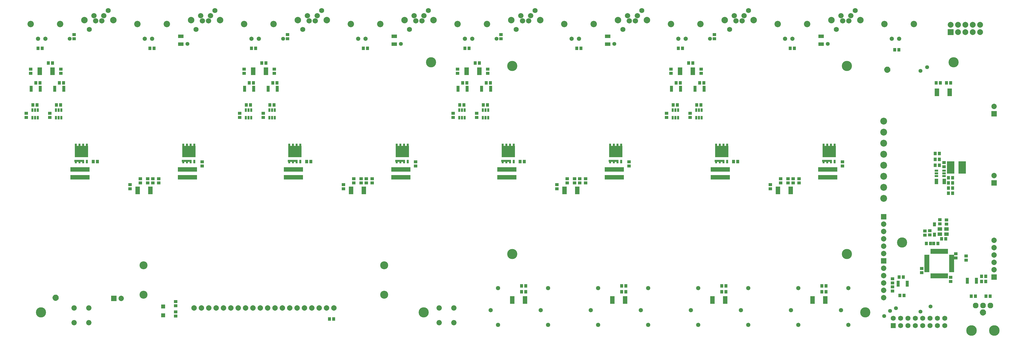
<source format=gbr>
G04 EAGLE Gerber RS-274X export*
G75*
%MOMM*%
%FSLAX34Y34*%
%LPD*%
%INSoldermask Top*%
%IPPOS*%
%AMOC8*
5,1,8,0,0,1.08239X$1,22.5*%
G01*
%ADD10R,1.244600X1.016000*%
%ADD11R,1.016000X1.244600*%
%ADD12R,1.983200X1.273200*%
%ADD13R,1.273200X1.983200*%
%ADD14R,1.003200X1.353200*%
%ADD15R,1.323200X1.443200*%
%ADD16C,1.868200*%
%ADD17C,2.743200*%
%ADD18R,1.253200X0.753200*%
%ADD19R,1.053200X0.503200*%
%ADD20R,1.603200X0.653200*%
%ADD21R,0.503200X1.678200*%
%ADD22R,1.678200X0.503200*%
%ADD23C,1.958200*%
%ADD24C,3.653200*%
%ADD25C,1.473200*%
%ADD26C,2.203200*%
%ADD27C,1.828800*%
%ADD28C,1.727200*%
%ADD29C,2.235200*%
%ADD30R,2.003200X2.003200*%
%ADD31C,2.003200*%
%ADD32R,1.854200X1.854200*%
%ADD33C,1.854200*%
%ADD34R,2.503200X4.203200*%
%ADD35C,2.362200*%
%ADD36C,3.505200*%
%ADD37R,0.753200X1.253200*%
%ADD38R,0.703200X0.703200*%
%ADD39R,0.703200X1.303200*%
%ADD40R,0.803200X1.003200*%
%ADD41R,4.613200X3.953200*%
%ADD42R,3.403200X0.803200*%
%ADD43C,1.472200*%
%ADD44R,6.703200X1.553200*%
%ADD45C,1.838200*%
%ADD46R,1.727200X1.727200*%
%ADD47R,1.503200X1.303200*%
%ADD48C,1.349603*%

G36*
X2998992Y903920D02*
X2998992Y903920D01*
X2999035Y903932D01*
X2999101Y903939D01*
X3000784Y904390D01*
X3000825Y904409D01*
X3000888Y904428D01*
X3002468Y905165D01*
X3002505Y905191D01*
X3002564Y905220D01*
X3003992Y906220D01*
X3004023Y906252D01*
X3004076Y906291D01*
X3005309Y907524D01*
X3005334Y907560D01*
X3005380Y907608D01*
X3006380Y909036D01*
X3006398Y909077D01*
X3006435Y909132D01*
X3007172Y910712D01*
X3007183Y910755D01*
X3007210Y910816D01*
X3007661Y912499D01*
X3007663Y912531D01*
X3007670Y912552D01*
X3007670Y912567D01*
X3007680Y912608D01*
X3007832Y914345D01*
X3007828Y914389D01*
X3007832Y914455D01*
X3007680Y916192D01*
X3007668Y916235D01*
X3007661Y916301D01*
X3007210Y917984D01*
X3007191Y918025D01*
X3007172Y918088D01*
X3006435Y919668D01*
X3006409Y919705D01*
X3006380Y919764D01*
X3005380Y921192D01*
X3005348Y921223D01*
X3005309Y921276D01*
X3004076Y922509D01*
X3004040Y922534D01*
X3003992Y922580D01*
X3002564Y923580D01*
X3002523Y923598D01*
X3002468Y923635D01*
X3000888Y924372D01*
X3000845Y924383D01*
X3000784Y924410D01*
X2999101Y924861D01*
X2999056Y924864D01*
X2998992Y924880D01*
X2997255Y925032D01*
X2997211Y925028D01*
X2997145Y925032D01*
X2995408Y924880D01*
X2995365Y924868D01*
X2995299Y924861D01*
X2993616Y924410D01*
X2993575Y924391D01*
X2993512Y924372D01*
X2991932Y923635D01*
X2991895Y923609D01*
X2991836Y923580D01*
X2990408Y922580D01*
X2990377Y922548D01*
X2990324Y922509D01*
X2989091Y921276D01*
X2989066Y921240D01*
X2989020Y921192D01*
X2988020Y919764D01*
X2988002Y919723D01*
X2987965Y919668D01*
X2987228Y918088D01*
X2987217Y918045D01*
X2987190Y917984D01*
X2986739Y916301D01*
X2986736Y916256D01*
X2986720Y916192D01*
X2986568Y914455D01*
X2986572Y914411D01*
X2986568Y914345D01*
X2986720Y912608D01*
X2986732Y912565D01*
X2986736Y912531D01*
X2986736Y912515D01*
X2986738Y912510D01*
X2986739Y912499D01*
X2987190Y910816D01*
X2987209Y910775D01*
X2987228Y910712D01*
X2987965Y909132D01*
X2987991Y909095D01*
X2988020Y909036D01*
X2989020Y907608D01*
X2989052Y907577D01*
X2989091Y907524D01*
X2990324Y906291D01*
X2990360Y906266D01*
X2990408Y906220D01*
X2991836Y905220D01*
X2991877Y905202D01*
X2991932Y905165D01*
X2993512Y904428D01*
X2993555Y904417D01*
X2993616Y904390D01*
X2995299Y903939D01*
X2995344Y903936D01*
X2995408Y903920D01*
X2997145Y903768D01*
X2997189Y903772D01*
X2997255Y903768D01*
X2998992Y903920D01*
G37*
G36*
X128792Y116520D02*
X128792Y116520D01*
X128835Y116532D01*
X128901Y116539D01*
X130584Y116990D01*
X130625Y117009D01*
X130688Y117028D01*
X132268Y117765D01*
X132305Y117791D01*
X132364Y117820D01*
X133792Y118820D01*
X133823Y118852D01*
X133876Y118891D01*
X135109Y120124D01*
X135134Y120160D01*
X135180Y120208D01*
X136180Y121636D01*
X136198Y121677D01*
X136235Y121732D01*
X136972Y123312D01*
X136983Y123355D01*
X137010Y123416D01*
X137461Y125099D01*
X137463Y125131D01*
X137470Y125152D01*
X137470Y125167D01*
X137480Y125208D01*
X137632Y126945D01*
X137628Y126989D01*
X137632Y127055D01*
X137480Y128792D01*
X137468Y128835D01*
X137461Y128901D01*
X137010Y130584D01*
X136991Y130625D01*
X136972Y130688D01*
X136235Y132268D01*
X136209Y132305D01*
X136180Y132364D01*
X135180Y133792D01*
X135148Y133823D01*
X135109Y133876D01*
X133876Y135109D01*
X133840Y135134D01*
X133792Y135180D01*
X132364Y136180D01*
X132323Y136198D01*
X132268Y136235D01*
X130688Y136972D01*
X130645Y136983D01*
X130584Y137010D01*
X128901Y137461D01*
X128856Y137464D01*
X128792Y137480D01*
X127055Y137632D01*
X127011Y137628D01*
X126945Y137632D01*
X125208Y137480D01*
X125165Y137468D01*
X125099Y137461D01*
X123416Y137010D01*
X123375Y136991D01*
X123312Y136972D01*
X121732Y136235D01*
X121695Y136209D01*
X121636Y136180D01*
X120208Y135180D01*
X120177Y135148D01*
X120124Y135109D01*
X118891Y133876D01*
X118866Y133840D01*
X118820Y133792D01*
X117820Y132364D01*
X117802Y132323D01*
X117765Y132268D01*
X117028Y130688D01*
X117017Y130645D01*
X116990Y130584D01*
X116539Y128901D01*
X116536Y128856D01*
X116520Y128792D01*
X116368Y127055D01*
X116372Y127011D01*
X116368Y126945D01*
X116520Y125208D01*
X116532Y125165D01*
X116536Y125131D01*
X116536Y125115D01*
X116538Y125110D01*
X116539Y125099D01*
X116990Y123416D01*
X117009Y123375D01*
X117028Y123312D01*
X117765Y121732D01*
X117791Y121695D01*
X117820Y121636D01*
X118820Y120208D01*
X118852Y120177D01*
X118891Y120124D01*
X120124Y118891D01*
X120160Y118866D01*
X120208Y118820D01*
X121636Y117820D01*
X121677Y117802D01*
X121732Y117765D01*
X123312Y117028D01*
X123355Y117017D01*
X123416Y116990D01*
X125099Y116539D01*
X125144Y116536D01*
X125208Y116520D01*
X126945Y116368D01*
X126989Y116372D01*
X127055Y116368D01*
X128792Y116520D01*
G37*
G36*
X3329192Y65720D02*
X3329192Y65720D01*
X3329235Y65732D01*
X3329301Y65739D01*
X3330984Y66190D01*
X3331025Y66209D01*
X3331088Y66228D01*
X3332668Y66965D01*
X3332705Y66991D01*
X3332764Y67020D01*
X3334192Y68020D01*
X3334223Y68052D01*
X3334276Y68091D01*
X3335509Y69324D01*
X3335534Y69360D01*
X3335580Y69408D01*
X3336580Y70836D01*
X3336598Y70877D01*
X3336635Y70932D01*
X3337372Y72512D01*
X3337383Y72555D01*
X3337410Y72616D01*
X3337861Y74299D01*
X3337863Y74331D01*
X3337870Y74352D01*
X3337870Y74367D01*
X3337880Y74408D01*
X3338032Y76145D01*
X3338028Y76189D01*
X3338032Y76255D01*
X3337880Y77992D01*
X3337868Y78035D01*
X3337861Y78101D01*
X3337410Y79784D01*
X3337391Y79825D01*
X3337372Y79888D01*
X3336635Y81468D01*
X3336609Y81505D01*
X3336580Y81564D01*
X3335580Y82992D01*
X3335548Y83023D01*
X3335509Y83076D01*
X3334276Y84309D01*
X3334240Y84334D01*
X3334192Y84380D01*
X3332764Y85380D01*
X3332723Y85398D01*
X3332668Y85435D01*
X3331088Y86172D01*
X3331045Y86183D01*
X3330984Y86210D01*
X3329301Y86661D01*
X3329256Y86664D01*
X3329192Y86680D01*
X3327455Y86832D01*
X3327411Y86828D01*
X3327345Y86832D01*
X3325608Y86680D01*
X3325565Y86668D01*
X3325499Y86661D01*
X3323816Y86210D01*
X3323775Y86191D01*
X3323712Y86172D01*
X3322132Y85435D01*
X3322095Y85409D01*
X3322036Y85380D01*
X3320608Y84380D01*
X3320577Y84348D01*
X3320524Y84309D01*
X3319291Y83076D01*
X3319266Y83040D01*
X3319220Y82992D01*
X3318220Y81564D01*
X3318202Y81523D01*
X3318165Y81468D01*
X3317428Y79888D01*
X3317417Y79845D01*
X3317390Y79784D01*
X3316939Y78101D01*
X3316936Y78056D01*
X3316920Y77992D01*
X3316768Y76255D01*
X3316772Y76211D01*
X3316768Y76145D01*
X3316920Y74408D01*
X3316932Y74365D01*
X3316936Y74331D01*
X3316936Y74315D01*
X3316938Y74310D01*
X3316939Y74299D01*
X3317390Y72616D01*
X3317409Y72575D01*
X3317428Y72512D01*
X3318165Y70932D01*
X3318191Y70895D01*
X3318220Y70836D01*
X3319220Y69408D01*
X3319252Y69377D01*
X3319291Y69324D01*
X3320524Y68091D01*
X3320560Y68066D01*
X3320608Y68020D01*
X3322036Y67020D01*
X3322077Y67002D01*
X3322132Y66965D01*
X3323712Y66228D01*
X3323755Y66217D01*
X3323816Y66190D01*
X3325499Y65739D01*
X3325544Y65736D01*
X3325608Y65720D01*
X3327345Y65568D01*
X3327389Y65572D01*
X3327455Y65568D01*
X3329192Y65720D01*
G37*
D10*
X3014980Y192621D03*
X3014980Y178219D03*
D11*
X3208439Y487680D03*
X3222841Y487680D03*
X102019Y937260D03*
X116421Y937260D03*
X1735239Y147320D03*
X1749641Y147320D03*
D10*
X190500Y1021499D03*
X190500Y1035901D03*
D12*
X558800Y1029600D03*
X558800Y1002400D03*
D11*
X1735239Y167640D03*
X1749641Y167640D03*
X58839Y868680D03*
X73241Y868680D03*
D10*
X444500Y523659D03*
X444500Y538061D03*
D11*
X140119Y868680D03*
X154521Y868680D03*
X3208439Y505460D03*
X3222841Y505460D03*
D10*
X3215640Y183299D03*
X3215640Y197701D03*
X3233420Y264579D03*
X3233420Y278981D03*
X3126740Y357721D03*
X3126740Y343319D03*
X3201416Y395821D03*
X3201416Y381419D03*
X3178810Y396075D03*
X3178810Y381673D03*
D11*
X3038259Y198120D03*
X3052661Y198120D03*
X3172041Y313944D03*
X3157639Y313944D03*
D10*
X3115564Y213271D03*
X3115564Y227673D03*
D11*
X3337141Y200660D03*
X3322739Y200660D03*
X1072299Y53340D03*
X1086701Y53340D03*
D10*
X3192780Y579539D03*
X3192780Y593941D03*
D13*
X3166480Y528320D03*
X3193680Y528320D03*
D11*
X3215729Y868934D03*
X3201327Y868934D03*
X3165767Y868934D03*
X3180169Y868934D03*
X3162719Y604520D03*
X3177121Y604520D03*
X3208439Y541020D03*
X3222841Y541020D03*
X3208439Y523240D03*
X3222841Y523240D03*
D14*
X3159760Y379958D03*
X3159760Y344958D03*
D15*
X497840Y66280D03*
X497840Y96280D03*
D16*
X1087120Y91440D03*
X1061720Y91440D03*
X1036320Y91440D03*
X1010920Y91440D03*
X985520Y91440D03*
X960120Y91440D03*
X934720Y91440D03*
X909320Y91440D03*
X883920Y91440D03*
X858520Y91440D03*
X833120Y91440D03*
X807720Y91440D03*
X782320Y91440D03*
X756920Y91440D03*
X731520Y91440D03*
X706120Y91440D03*
X680720Y91440D03*
X655320Y91440D03*
X629920Y91440D03*
X604520Y91440D03*
D17*
X1261110Y238760D03*
X1261110Y137160D03*
X430530Y238760D03*
X430530Y137160D03*
D18*
X3167080Y565760D03*
X3167080Y556260D03*
X3167080Y546760D03*
X3193080Y546760D03*
X3193080Y556260D03*
X3193080Y565760D03*
D19*
X42670Y855860D03*
X42670Y850860D03*
X42670Y845860D03*
X42670Y840860D03*
X74170Y840860D03*
X74170Y845860D03*
X74170Y850860D03*
X74170Y855860D03*
D20*
X1702660Y129130D03*
X1702660Y122630D03*
X1702660Y116130D03*
X1702660Y109630D03*
X1746660Y109630D03*
X1746660Y116130D03*
X1746660Y122630D03*
X1746660Y129130D03*
X71980Y919070D03*
X71980Y912570D03*
X71980Y906070D03*
X71980Y899570D03*
X115980Y899570D03*
X115980Y906070D03*
X115980Y912570D03*
X115980Y919070D03*
X409800Y507590D03*
X409800Y501090D03*
X409800Y494590D03*
X409800Y488090D03*
X453800Y488090D03*
X453800Y494590D03*
X453800Y501090D03*
X453800Y507590D03*
D19*
X123950Y855860D03*
X123950Y850860D03*
X123950Y845860D03*
X123950Y840860D03*
X155450Y840860D03*
X155450Y845860D03*
X155450Y850860D03*
X155450Y855860D03*
D20*
X3168748Y845664D03*
X3168748Y839164D03*
X3168748Y832664D03*
X3168748Y826164D03*
X3212748Y826164D03*
X3212748Y832664D03*
X3212748Y839164D03*
X3212748Y845664D03*
D19*
X3066290Y167760D03*
X3066290Y172760D03*
X3066290Y177760D03*
X3066290Y182760D03*
X3034790Y182760D03*
X3034790Y177760D03*
X3034790Y172760D03*
X3034790Y167760D03*
D21*
X3203988Y287272D03*
X3198988Y287272D03*
X3193988Y287272D03*
X3188988Y287272D03*
X3183988Y287272D03*
X3178988Y287272D03*
X3173988Y287272D03*
X3168988Y287272D03*
X3163988Y287272D03*
X3158988Y287272D03*
X3153988Y287272D03*
X3148988Y287272D03*
D22*
X3134108Y272392D03*
X3134108Y267392D03*
X3134108Y262392D03*
X3134108Y257392D03*
X3134108Y252392D03*
X3134108Y247392D03*
X3134108Y242392D03*
X3134108Y237392D03*
X3134108Y232392D03*
X3134108Y227392D03*
X3134108Y222392D03*
X3134108Y217392D03*
D21*
X3148988Y202512D03*
X3153988Y202512D03*
X3158988Y202512D03*
X3163988Y202512D03*
X3168988Y202512D03*
X3173988Y202512D03*
X3178988Y202512D03*
X3183988Y202512D03*
X3188988Y202512D03*
X3193988Y202512D03*
X3198988Y202512D03*
X3203988Y202512D03*
D22*
X3218868Y217392D03*
X3218868Y222392D03*
X3218868Y227392D03*
X3218868Y232392D03*
X3218868Y237392D03*
X3218868Y242392D03*
X3218868Y247392D03*
X3218868Y252392D03*
X3218868Y257392D03*
X3218868Y262392D03*
X3218868Y267392D03*
X3218868Y272392D03*
D19*
X3273550Y192920D03*
X3273550Y187920D03*
X3273550Y182920D03*
X3273550Y177920D03*
X3305050Y177920D03*
X3305050Y182920D03*
X3305050Y187920D03*
X3305050Y192920D03*
D23*
X3352800Y100076D03*
X3327400Y100076D03*
X3302000Y100076D03*
D24*
X3288000Y13676D03*
X3366800Y13676D03*
D25*
X91948Y1021080D03*
X66548Y1021080D03*
D26*
X41148Y1071880D03*
X142748Y1071880D03*
D27*
X259080Y1100836D03*
X265430Y1083310D03*
X286766Y1083310D03*
X293116Y1100836D03*
D28*
X308610Y1118362D03*
D29*
X226060Y1085850D03*
X326136Y1085850D03*
D28*
X243586Y1053338D03*
D25*
X460248Y1021080D03*
X434848Y1021080D03*
D26*
X409448Y1071880D03*
X511048Y1071880D03*
D27*
X627380Y1100836D03*
X633730Y1083310D03*
X655066Y1083310D03*
X661416Y1100836D03*
D28*
X676910Y1118362D03*
D29*
X594360Y1085850D03*
X694436Y1085850D03*
D28*
X611886Y1053338D03*
D30*
X3215640Y1043940D03*
D31*
X3215640Y1069340D03*
X3241040Y1043940D03*
X3241040Y1069340D03*
X3266440Y1043940D03*
X3266440Y1069340D03*
X3291840Y1043940D03*
X3291840Y1069340D03*
X3317240Y1043940D03*
X3317240Y1069340D03*
D25*
X3038348Y1021080D03*
X3012948Y1021080D03*
D26*
X2987548Y1071880D03*
X3089148Y1071880D03*
D32*
X3365500Y523240D03*
D33*
X3365500Y548640D03*
D32*
X327660Y124460D03*
D33*
X353060Y124460D03*
D32*
X3365500Y198120D03*
D33*
X3365500Y223520D03*
X3365500Y248920D03*
X3365500Y274320D03*
X3365500Y299720D03*
X3365500Y325120D03*
D34*
X3215960Y576580D03*
X3255960Y576580D03*
D35*
X2984500Y736600D03*
X2984500Y698500D03*
X2984500Y660400D03*
X2984500Y622300D03*
X2984500Y584200D03*
X2984500Y546100D03*
X2984500Y508000D03*
X2984500Y469900D03*
D36*
X2857500Y927100D03*
X1702816Y927100D03*
X1702816Y278130D03*
X2857500Y278130D03*
D37*
X46380Y749000D03*
X55880Y749000D03*
X65380Y749000D03*
X65380Y775000D03*
X55880Y775000D03*
X46380Y775000D03*
D38*
X196850Y594090D03*
X209550Y594090D03*
X222250Y594090D03*
D39*
X234950Y597090D03*
D40*
X234950Y654090D03*
X222250Y654090D03*
X209550Y654090D03*
X196850Y654090D03*
D41*
X215900Y631340D03*
D42*
X208750Y599590D03*
D37*
X127660Y749000D03*
X137160Y749000D03*
X146660Y749000D03*
X146660Y775000D03*
X137160Y775000D03*
X127660Y775000D03*
D38*
X567690Y594090D03*
X580390Y594090D03*
X593090Y594090D03*
D39*
X605790Y597090D03*
D40*
X605790Y654090D03*
X593090Y654090D03*
X580390Y654090D03*
X567690Y654090D03*
D41*
X586740Y631340D03*
D42*
X579590Y599590D03*
D11*
X3162719Y624840D03*
X3177121Y624840D03*
D10*
X3268980Y271361D03*
X3268980Y256959D03*
X383540Y503339D03*
X383540Y517741D03*
X40640Y902119D03*
X40640Y916521D03*
D11*
X63081Y792480D03*
X48679Y792480D03*
X66459Y988060D03*
X80861Y988060D03*
D10*
X25400Y764121D03*
X25400Y749719D03*
D43*
X1653540Y160020D03*
X1628140Y83820D03*
X1653540Y33020D03*
D11*
X271361Y596900D03*
X256959Y596900D03*
D44*
X210820Y542760D03*
X210820Y569760D03*
D10*
X419100Y523659D03*
X419100Y538061D03*
D11*
X3023019Y982980D03*
X3037421Y982980D03*
D10*
X144780Y902119D03*
X144780Y916521D03*
D11*
X144361Y792480D03*
X129959Y792480D03*
X452539Y988060D03*
X466941Y988060D03*
D10*
X106680Y764121D03*
X106680Y749719D03*
D43*
X1826260Y160020D03*
X1800860Y83820D03*
X1826260Y33020D03*
D10*
X632460Y582079D03*
X632460Y596481D03*
D44*
X581660Y542760D03*
X581660Y569760D03*
D11*
X3322739Y182880D03*
X3337141Y182880D03*
D10*
X541020Y78321D03*
X541020Y63919D03*
X541020Y113881D03*
X541020Y99479D03*
D11*
X3162719Y584200D03*
X3177121Y584200D03*
X3337979Y132080D03*
X3352381Y132080D03*
D10*
X3143504Y357975D03*
X3143504Y343573D03*
D11*
X3287179Y132080D03*
X3301581Y132080D03*
D10*
X3014980Y150279D03*
X3014980Y164681D03*
D11*
X3040799Y134620D03*
X3055201Y134620D03*
X3184817Y330454D03*
X3199219Y330454D03*
X3146133Y314452D03*
X3131731Y314452D03*
D45*
X241300Y91440D03*
X190500Y91440D03*
X241300Y40640D03*
X190500Y40640D03*
X1501140Y91440D03*
X1450340Y91440D03*
X1501140Y40640D03*
X1450340Y40640D03*
D46*
X3017520Y30480D03*
D28*
X3017520Y55880D03*
X3042920Y30480D03*
X3042920Y55880D03*
X3068320Y30480D03*
X3068320Y55880D03*
X3093720Y30480D03*
X3093720Y55880D03*
X3119120Y30480D03*
X3119120Y55880D03*
X3144520Y30480D03*
X3144520Y55880D03*
X3169920Y30480D03*
X3169920Y55880D03*
X3195320Y30480D03*
X3195320Y55880D03*
D47*
X3178740Y346600D03*
X3201740Y346600D03*
X3201740Y364600D03*
X3178740Y364600D03*
D10*
X462280Y523659D03*
X462280Y538061D03*
X482600Y523659D03*
X482600Y538061D03*
D32*
X2984500Y254000D03*
D33*
X2984500Y228600D03*
X2984500Y203200D03*
X2984500Y177800D03*
X2984500Y152400D03*
X2984500Y127000D03*
D32*
X2984500Y406400D03*
D33*
X2984500Y381000D03*
X2984500Y355600D03*
X2984500Y330200D03*
X2984500Y304800D03*
X2984500Y279400D03*
D11*
X838619Y937260D03*
X853021Y937260D03*
X2080679Y147320D03*
X2095081Y147320D03*
D10*
X927100Y1021499D03*
X927100Y1035901D03*
D12*
X1295400Y1029600D03*
X1295400Y1002400D03*
D11*
X2080679Y167640D03*
X2095081Y167640D03*
X795439Y868680D03*
X809841Y868680D03*
D10*
X1181100Y523659D03*
X1181100Y538061D03*
D11*
X876719Y868680D03*
X891121Y868680D03*
D19*
X779270Y855860D03*
X779270Y850860D03*
X779270Y845860D03*
X779270Y840860D03*
X810770Y840860D03*
X810770Y845860D03*
X810770Y850860D03*
X810770Y855860D03*
D20*
X2048100Y129130D03*
X2048100Y122630D03*
X2048100Y116130D03*
X2048100Y109630D03*
X2092100Y109630D03*
X2092100Y116130D03*
X2092100Y122630D03*
X2092100Y129130D03*
X808580Y919070D03*
X808580Y912570D03*
X808580Y906070D03*
X808580Y899570D03*
X852580Y899570D03*
X852580Y906070D03*
X852580Y912570D03*
X852580Y919070D03*
X1146400Y507590D03*
X1146400Y501090D03*
X1146400Y494590D03*
X1146400Y488090D03*
X1190400Y488090D03*
X1190400Y494590D03*
X1190400Y501090D03*
X1190400Y507590D03*
D19*
X860550Y855860D03*
X860550Y850860D03*
X860550Y845860D03*
X860550Y840860D03*
X892050Y840860D03*
X892050Y845860D03*
X892050Y850860D03*
X892050Y855860D03*
D25*
X828548Y1021080D03*
X803148Y1021080D03*
D26*
X777748Y1071880D03*
X879348Y1071880D03*
D27*
X995680Y1100836D03*
X1002030Y1083310D03*
X1023366Y1083310D03*
X1029716Y1100836D03*
D28*
X1045210Y1118362D03*
D29*
X962660Y1085850D03*
X1062736Y1085850D03*
D28*
X980186Y1053338D03*
D25*
X1196848Y1021080D03*
X1171448Y1021080D03*
D26*
X1146048Y1071880D03*
X1247648Y1071880D03*
D27*
X1363980Y1100836D03*
X1370330Y1083310D03*
X1391666Y1083310D03*
X1398016Y1100836D03*
D28*
X1413510Y1118362D03*
D29*
X1330960Y1085850D03*
X1431036Y1085850D03*
D28*
X1348486Y1053338D03*
D37*
X782980Y749000D03*
X792480Y749000D03*
X801980Y749000D03*
X801980Y775000D03*
X792480Y775000D03*
X782980Y775000D03*
D38*
X933450Y594090D03*
X946150Y594090D03*
X958850Y594090D03*
D39*
X971550Y597090D03*
D40*
X971550Y654090D03*
X958850Y654090D03*
X946150Y654090D03*
X933450Y654090D03*
D41*
X952500Y631340D03*
D42*
X945350Y599590D03*
D37*
X864260Y749000D03*
X873760Y749000D03*
X883260Y749000D03*
X883260Y775000D03*
X873760Y775000D03*
X864260Y775000D03*
D38*
X1304290Y594090D03*
X1316990Y594090D03*
X1329690Y594090D03*
D39*
X1342390Y597090D03*
D40*
X1342390Y654090D03*
X1329690Y654090D03*
X1316990Y654090D03*
X1304290Y654090D03*
D41*
X1323340Y631340D03*
D42*
X1316190Y599590D03*
D10*
X1120140Y503339D03*
X1120140Y517741D03*
X777240Y902119D03*
X777240Y916521D03*
D11*
X799681Y792480D03*
X785279Y792480D03*
X803059Y988060D03*
X817461Y988060D03*
D10*
X762000Y764121D03*
X762000Y749719D03*
D43*
X1998980Y160020D03*
X1973580Y83820D03*
X1998980Y33020D03*
D11*
X1007961Y596900D03*
X993559Y596900D03*
D44*
X947420Y542760D03*
X947420Y569760D03*
D10*
X1155700Y523659D03*
X1155700Y538061D03*
X881380Y902119D03*
X881380Y916521D03*
D11*
X880961Y792480D03*
X866559Y792480D03*
X1189139Y988060D03*
X1203541Y988060D03*
D10*
X843280Y764121D03*
X843280Y749719D03*
D43*
X2171700Y160020D03*
X2146300Y83820D03*
X2171700Y33020D03*
D10*
X1369060Y582079D03*
X1369060Y596481D03*
D44*
X1318260Y542760D03*
X1318260Y569760D03*
D10*
X1198880Y523659D03*
X1198880Y538061D03*
X1219200Y523659D03*
X1219200Y538061D03*
D11*
X1575219Y937260D03*
X1589621Y937260D03*
X2426119Y147320D03*
X2440521Y147320D03*
D10*
X1663700Y1021499D03*
X1663700Y1035901D03*
D12*
X2032000Y1029600D03*
X2032000Y1002400D03*
D11*
X2426119Y167640D03*
X2440521Y167640D03*
X1532039Y868680D03*
X1546441Y868680D03*
D10*
X1917700Y523659D03*
X1917700Y538061D03*
D11*
X1613319Y868680D03*
X1627721Y868680D03*
D19*
X1515870Y855860D03*
X1515870Y850860D03*
X1515870Y845860D03*
X1515870Y840860D03*
X1547370Y840860D03*
X1547370Y845860D03*
X1547370Y850860D03*
X1547370Y855860D03*
D20*
X2393540Y129130D03*
X2393540Y122630D03*
X2393540Y116130D03*
X2393540Y109630D03*
X2437540Y109630D03*
X2437540Y116130D03*
X2437540Y122630D03*
X2437540Y129130D03*
X1545180Y919070D03*
X1545180Y912570D03*
X1545180Y906070D03*
X1545180Y899570D03*
X1589180Y899570D03*
X1589180Y906070D03*
X1589180Y912570D03*
X1589180Y919070D03*
X1883000Y507590D03*
X1883000Y501090D03*
X1883000Y494590D03*
X1883000Y488090D03*
X1927000Y488090D03*
X1927000Y494590D03*
X1927000Y501090D03*
X1927000Y507590D03*
D19*
X1597150Y855860D03*
X1597150Y850860D03*
X1597150Y845860D03*
X1597150Y840860D03*
X1628650Y840860D03*
X1628650Y845860D03*
X1628650Y850860D03*
X1628650Y855860D03*
D25*
X1565148Y1021080D03*
X1539748Y1021080D03*
D26*
X1514348Y1071880D03*
X1615948Y1071880D03*
D27*
X1732280Y1100836D03*
X1738630Y1083310D03*
X1759966Y1083310D03*
X1766316Y1100836D03*
D28*
X1781810Y1118362D03*
D29*
X1699260Y1085850D03*
X1799336Y1085850D03*
D28*
X1716786Y1053338D03*
D25*
X1933448Y1021080D03*
X1908048Y1021080D03*
D26*
X1882648Y1071880D03*
X1984248Y1071880D03*
D27*
X2100580Y1100836D03*
X2106930Y1083310D03*
X2128266Y1083310D03*
X2134616Y1100836D03*
D28*
X2150110Y1118362D03*
D29*
X2067560Y1085850D03*
X2167636Y1085850D03*
D28*
X2085086Y1053338D03*
D37*
X1519580Y749000D03*
X1529080Y749000D03*
X1538580Y749000D03*
X1538580Y775000D03*
X1529080Y775000D03*
X1519580Y775000D03*
D38*
X1670050Y594090D03*
X1682750Y594090D03*
X1695450Y594090D03*
D39*
X1708150Y597090D03*
D40*
X1708150Y654090D03*
X1695450Y654090D03*
X1682750Y654090D03*
X1670050Y654090D03*
D41*
X1689100Y631340D03*
D42*
X1681950Y599590D03*
D37*
X1600860Y749000D03*
X1610360Y749000D03*
X1619860Y749000D03*
X1619860Y775000D03*
X1610360Y775000D03*
X1600860Y775000D03*
D38*
X2040890Y594090D03*
X2053590Y594090D03*
X2066290Y594090D03*
D39*
X2078990Y597090D03*
D40*
X2078990Y654090D03*
X2066290Y654090D03*
X2053590Y654090D03*
X2040890Y654090D03*
D41*
X2059940Y631340D03*
D42*
X2052790Y599590D03*
D10*
X1856740Y503339D03*
X1856740Y517741D03*
X1513840Y902119D03*
X1513840Y916521D03*
D11*
X1536281Y792480D03*
X1521879Y792480D03*
X1539659Y988060D03*
X1554061Y988060D03*
D10*
X1498600Y764121D03*
X1498600Y749719D03*
D43*
X2344420Y160020D03*
X2319020Y83820D03*
X2344420Y33020D03*
D11*
X1744561Y596900D03*
X1730159Y596900D03*
D44*
X1684020Y542760D03*
X1684020Y569760D03*
D10*
X1892300Y523659D03*
X1892300Y538061D03*
X1617980Y902119D03*
X1617980Y916521D03*
D11*
X1617561Y792480D03*
X1603159Y792480D03*
X1925739Y988060D03*
X1940141Y988060D03*
D10*
X1579880Y764121D03*
X1579880Y749719D03*
D43*
X2517140Y160020D03*
X2491740Y83820D03*
X2517140Y33020D03*
D10*
X2105660Y582079D03*
X2105660Y596481D03*
D44*
X2054860Y542760D03*
X2054860Y569760D03*
D10*
X1935480Y523659D03*
X1935480Y538061D03*
X1955800Y523659D03*
X1955800Y538061D03*
D11*
X2311819Y937260D03*
X2326221Y937260D03*
X2771559Y147320D03*
X2785961Y147320D03*
D10*
X2400300Y1021499D03*
X2400300Y1035901D03*
D12*
X2768600Y1029600D03*
X2768600Y1002400D03*
D11*
X2771559Y167640D03*
X2785961Y167640D03*
X2268639Y868680D03*
X2283041Y868680D03*
D10*
X2654300Y523659D03*
X2654300Y538061D03*
D11*
X2349919Y868680D03*
X2364321Y868680D03*
D19*
X2252470Y855860D03*
X2252470Y850860D03*
X2252470Y845860D03*
X2252470Y840860D03*
X2283970Y840860D03*
X2283970Y845860D03*
X2283970Y850860D03*
X2283970Y855860D03*
D20*
X2738980Y129130D03*
X2738980Y122630D03*
X2738980Y116130D03*
X2738980Y109630D03*
X2782980Y109630D03*
X2782980Y116130D03*
X2782980Y122630D03*
X2782980Y129130D03*
X2281780Y919070D03*
X2281780Y912570D03*
X2281780Y906070D03*
X2281780Y899570D03*
X2325780Y899570D03*
X2325780Y906070D03*
X2325780Y912570D03*
X2325780Y919070D03*
X2619600Y507590D03*
X2619600Y501090D03*
X2619600Y494590D03*
X2619600Y488090D03*
X2663600Y488090D03*
X2663600Y494590D03*
X2663600Y501090D03*
X2663600Y507590D03*
D19*
X2333750Y855860D03*
X2333750Y850860D03*
X2333750Y845860D03*
X2333750Y840860D03*
X2365250Y840860D03*
X2365250Y845860D03*
X2365250Y850860D03*
X2365250Y855860D03*
D25*
X2301748Y1021080D03*
X2276348Y1021080D03*
D26*
X2250948Y1071880D03*
X2352548Y1071880D03*
D27*
X2468880Y1100836D03*
X2475230Y1083310D03*
X2496566Y1083310D03*
X2502916Y1100836D03*
D28*
X2518410Y1118362D03*
D29*
X2435860Y1085850D03*
X2535936Y1085850D03*
D28*
X2453386Y1053338D03*
D25*
X2670048Y1021080D03*
X2644648Y1021080D03*
D26*
X2619248Y1071880D03*
X2720848Y1071880D03*
D27*
X2837180Y1100836D03*
X2843530Y1083310D03*
X2864866Y1083310D03*
X2871216Y1100836D03*
D28*
X2886710Y1118362D03*
D29*
X2804160Y1085850D03*
X2904236Y1085850D03*
D28*
X2821686Y1053338D03*
D37*
X2256180Y749000D03*
X2265680Y749000D03*
X2275180Y749000D03*
X2275180Y775000D03*
X2265680Y775000D03*
X2256180Y775000D03*
D38*
X2406650Y594090D03*
X2419350Y594090D03*
X2432050Y594090D03*
D39*
X2444750Y597090D03*
D40*
X2444750Y654090D03*
X2432050Y654090D03*
X2419350Y654090D03*
X2406650Y654090D03*
D41*
X2425700Y631340D03*
D42*
X2418550Y599590D03*
D37*
X2337460Y749000D03*
X2346960Y749000D03*
X2356460Y749000D03*
X2356460Y775000D03*
X2346960Y775000D03*
X2337460Y775000D03*
D38*
X2777490Y594090D03*
X2790190Y594090D03*
X2802890Y594090D03*
D39*
X2815590Y597090D03*
D40*
X2815590Y654090D03*
X2802890Y654090D03*
X2790190Y654090D03*
X2777490Y654090D03*
D41*
X2796540Y631340D03*
D42*
X2789390Y599590D03*
D10*
X2593340Y503339D03*
X2593340Y517741D03*
X2250440Y902119D03*
X2250440Y916521D03*
D11*
X2272881Y792480D03*
X2258479Y792480D03*
X2276259Y988060D03*
X2290661Y988060D03*
D10*
X2235200Y764121D03*
X2235200Y749719D03*
D43*
X2689860Y160020D03*
X2664460Y83820D03*
X2689860Y33020D03*
D11*
X2481161Y596900D03*
X2466759Y596900D03*
D44*
X2420620Y542760D03*
X2420620Y569760D03*
D10*
X2628900Y523659D03*
X2628900Y538061D03*
X2354580Y902119D03*
X2354580Y916521D03*
D11*
X2354161Y792480D03*
X2339759Y792480D03*
X2662339Y988060D03*
X2676741Y988060D03*
D10*
X2316480Y764121D03*
X2316480Y749719D03*
D43*
X2862580Y160020D03*
X2837180Y83820D03*
X2862580Y33020D03*
D10*
X2842260Y582079D03*
X2842260Y596481D03*
D44*
X2791460Y542760D03*
X2791460Y569760D03*
D10*
X2672080Y523659D03*
X2672080Y538061D03*
X2692400Y523659D03*
X2692400Y538061D03*
D32*
X3365500Y762000D03*
D33*
X3365500Y787400D03*
D36*
X2921000Y76200D03*
X3048000Y317500D03*
X1422400Y939800D03*
X3225800Y939800D03*
X1397000Y76200D03*
X76200Y76200D03*
D48*
X3134614Y923036D03*
X175260Y1021080D03*
X581660Y1003300D03*
X911860Y1021080D03*
X1318260Y1003300D03*
X1648460Y1021080D03*
X2054860Y1003300D03*
X2385060Y1021080D03*
X2791460Y1003300D03*
X3112008Y910082D03*
X3026747Y90678D03*
X2986024Y64008D03*
X3146298Y96266D03*
X3111500Y78740D03*
X3006598Y81280D03*
M02*

</source>
